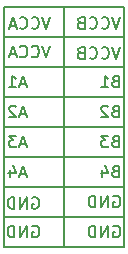
<source format=gbr>
%TF.GenerationSoftware,KiCad,Pcbnew,(6.0.5)*%
%TF.CreationDate,2022-07-01T10:08:14+08:00*%
%TF.ProjectId,convertor,636f6e76-6572-4746-9f72-2e6b69636164,rev?*%
%TF.SameCoordinates,Original*%
%TF.FileFunction,Legend,Bot*%
%TF.FilePolarity,Positive*%
%FSLAX46Y46*%
G04 Gerber Fmt 4.6, Leading zero omitted, Abs format (unit mm)*
G04 Created by KiCad (PCBNEW (6.0.5)) date 2022-07-01 10:08:14*
%MOMM*%
%LPD*%
G01*
G04 APERTURE LIST*
%ADD10C,0.150000*%
G04 APERTURE END LIST*
D10*
X134620000Y-99060000D02*
X144780000Y-99060000D01*
X134620000Y-96520000D02*
X144780000Y-96520000D01*
X134620000Y-93980000D02*
X144780000Y-93980000D01*
X134620000Y-106680000D02*
X144780000Y-106680000D01*
X144780000Y-111760000D02*
X144780000Y-91440000D01*
X139700000Y-91440000D02*
X139700000Y-111760000D01*
X134620000Y-101600000D02*
X144780000Y-101600000D01*
X134620000Y-91440000D02*
X144780000Y-91440000D01*
X134620000Y-109220000D02*
X144780000Y-109220000D01*
X134620000Y-111760000D02*
X134620000Y-91440000D01*
X134620000Y-111760000D02*
X144780000Y-111760000D01*
X134620000Y-104140000D02*
X144780000Y-104140000D01*
X144041761Y-102798571D02*
X143898904Y-102846190D01*
X143851285Y-102893809D01*
X143803666Y-102989047D01*
X143803666Y-103131904D01*
X143851285Y-103227142D01*
X143898904Y-103274761D01*
X143994142Y-103322380D01*
X144375095Y-103322380D01*
X144375095Y-102322380D01*
X144041761Y-102322380D01*
X143946523Y-102370000D01*
X143898904Y-102417619D01*
X143851285Y-102512857D01*
X143851285Y-102608095D01*
X143898904Y-102703333D01*
X143946523Y-102750952D01*
X144041761Y-102798571D01*
X144375095Y-102798571D01*
X143470333Y-102322380D02*
X142851285Y-102322380D01*
X143184619Y-102703333D01*
X143041761Y-102703333D01*
X142946523Y-102750952D01*
X142898904Y-102798571D01*
X142851285Y-102893809D01*
X142851285Y-103131904D01*
X142898904Y-103227142D01*
X142946523Y-103274761D01*
X143041761Y-103322380D01*
X143327476Y-103322380D01*
X143422714Y-103274761D01*
X143470333Y-103227142D01*
X143890904Y-109990000D02*
X143986142Y-109942380D01*
X144129000Y-109942380D01*
X144271857Y-109990000D01*
X144367095Y-110085238D01*
X144414714Y-110180476D01*
X144462333Y-110370952D01*
X144462333Y-110513809D01*
X144414714Y-110704285D01*
X144367095Y-110799523D01*
X144271857Y-110894761D01*
X144129000Y-110942380D01*
X144033761Y-110942380D01*
X143890904Y-110894761D01*
X143843285Y-110847142D01*
X143843285Y-110513809D01*
X144033761Y-110513809D01*
X143414714Y-110942380D02*
X143414714Y-109942380D01*
X142843285Y-110942380D01*
X142843285Y-109942380D01*
X142367095Y-110942380D02*
X142367095Y-109942380D01*
X142129000Y-109942380D01*
X141986142Y-109990000D01*
X141890904Y-110085238D01*
X141843285Y-110180476D01*
X141795666Y-110370952D01*
X141795666Y-110513809D01*
X141843285Y-110704285D01*
X141890904Y-110799523D01*
X141986142Y-110894761D01*
X142129000Y-110942380D01*
X142367095Y-110942380D01*
X144041761Y-100258571D02*
X143898904Y-100306190D01*
X143851285Y-100353809D01*
X143803666Y-100449047D01*
X143803666Y-100591904D01*
X143851285Y-100687142D01*
X143898904Y-100734761D01*
X143994142Y-100782380D01*
X144375095Y-100782380D01*
X144375095Y-99782380D01*
X144041761Y-99782380D01*
X143946523Y-99830000D01*
X143898904Y-99877619D01*
X143851285Y-99972857D01*
X143851285Y-100068095D01*
X143898904Y-100163333D01*
X143946523Y-100210952D01*
X144041761Y-100258571D01*
X144375095Y-100258571D01*
X143422714Y-99877619D02*
X143375095Y-99830000D01*
X143279857Y-99782380D01*
X143041761Y-99782380D01*
X142946523Y-99830000D01*
X142898904Y-99877619D01*
X142851285Y-99972857D01*
X142851285Y-100068095D01*
X142898904Y-100210952D01*
X143470333Y-100782380D01*
X142851285Y-100782380D01*
X137032904Y-109990000D02*
X137128142Y-109942380D01*
X137271000Y-109942380D01*
X137413857Y-109990000D01*
X137509095Y-110085238D01*
X137556714Y-110180476D01*
X137604333Y-110370952D01*
X137604333Y-110513809D01*
X137556714Y-110704285D01*
X137509095Y-110799523D01*
X137413857Y-110894761D01*
X137271000Y-110942380D01*
X137175761Y-110942380D01*
X137032904Y-110894761D01*
X136985285Y-110847142D01*
X136985285Y-110513809D01*
X137175761Y-110513809D01*
X136556714Y-110942380D02*
X136556714Y-109942380D01*
X135985285Y-110942380D01*
X135985285Y-109942380D01*
X135509095Y-110942380D02*
X135509095Y-109942380D01*
X135271000Y-109942380D01*
X135128142Y-109990000D01*
X135032904Y-110085238D01*
X134985285Y-110180476D01*
X134937666Y-110370952D01*
X134937666Y-110513809D01*
X134985285Y-110704285D01*
X135032904Y-110799523D01*
X135128142Y-110894761D01*
X135271000Y-110942380D01*
X135509095Y-110942380D01*
X137032904Y-107577000D02*
X137128142Y-107529380D01*
X137271000Y-107529380D01*
X137413857Y-107577000D01*
X137509095Y-107672238D01*
X137556714Y-107767476D01*
X137604333Y-107957952D01*
X137604333Y-108100809D01*
X137556714Y-108291285D01*
X137509095Y-108386523D01*
X137413857Y-108481761D01*
X137271000Y-108529380D01*
X137175761Y-108529380D01*
X137032904Y-108481761D01*
X136985285Y-108434142D01*
X136985285Y-108100809D01*
X137175761Y-108100809D01*
X136556714Y-108529380D02*
X136556714Y-107529380D01*
X135985285Y-108529380D01*
X135985285Y-107529380D01*
X135509095Y-108529380D02*
X135509095Y-107529380D01*
X135271000Y-107529380D01*
X135128142Y-107577000D01*
X135032904Y-107672238D01*
X134985285Y-107767476D01*
X134937666Y-107957952D01*
X134937666Y-108100809D01*
X134985285Y-108291285D01*
X135032904Y-108386523D01*
X135128142Y-108481761D01*
X135271000Y-108529380D01*
X135509095Y-108529380D01*
X136477285Y-100496666D02*
X136001095Y-100496666D01*
X136572523Y-100782380D02*
X136239190Y-99782380D01*
X135905857Y-100782380D01*
X135620142Y-99877619D02*
X135572523Y-99830000D01*
X135477285Y-99782380D01*
X135239190Y-99782380D01*
X135143952Y-99830000D01*
X135096333Y-99877619D01*
X135048714Y-99972857D01*
X135048714Y-100068095D01*
X135096333Y-100210952D01*
X135667761Y-100782380D01*
X135048714Y-100782380D01*
X138540904Y-94702380D02*
X138207571Y-95702380D01*
X137874238Y-94702380D01*
X136969476Y-95607142D02*
X137017095Y-95654761D01*
X137159952Y-95702380D01*
X137255190Y-95702380D01*
X137398047Y-95654761D01*
X137493285Y-95559523D01*
X137540904Y-95464285D01*
X137588523Y-95273809D01*
X137588523Y-95130952D01*
X137540904Y-94940476D01*
X137493285Y-94845238D01*
X137398047Y-94750000D01*
X137255190Y-94702380D01*
X137159952Y-94702380D01*
X137017095Y-94750000D01*
X136969476Y-94797619D01*
X135969476Y-95607142D02*
X136017095Y-95654761D01*
X136159952Y-95702380D01*
X136255190Y-95702380D01*
X136398047Y-95654761D01*
X136493285Y-95559523D01*
X136540904Y-95464285D01*
X136588523Y-95273809D01*
X136588523Y-95130952D01*
X136540904Y-94940476D01*
X136493285Y-94845238D01*
X136398047Y-94750000D01*
X136255190Y-94702380D01*
X136159952Y-94702380D01*
X136017095Y-94750000D01*
X135969476Y-94797619D01*
X135588523Y-95416666D02*
X135112333Y-95416666D01*
X135683761Y-95702380D02*
X135350428Y-94702380D01*
X135017095Y-95702380D01*
X144454333Y-94829380D02*
X144121000Y-95829380D01*
X143787666Y-94829380D01*
X142882904Y-95734142D02*
X142930523Y-95781761D01*
X143073380Y-95829380D01*
X143168619Y-95829380D01*
X143311476Y-95781761D01*
X143406714Y-95686523D01*
X143454333Y-95591285D01*
X143501952Y-95400809D01*
X143501952Y-95257952D01*
X143454333Y-95067476D01*
X143406714Y-94972238D01*
X143311476Y-94877000D01*
X143168619Y-94829380D01*
X143073380Y-94829380D01*
X142930523Y-94877000D01*
X142882904Y-94924619D01*
X141882904Y-95734142D02*
X141930523Y-95781761D01*
X142073380Y-95829380D01*
X142168619Y-95829380D01*
X142311476Y-95781761D01*
X142406714Y-95686523D01*
X142454333Y-95591285D01*
X142501952Y-95400809D01*
X142501952Y-95257952D01*
X142454333Y-95067476D01*
X142406714Y-94972238D01*
X142311476Y-94877000D01*
X142168619Y-94829380D01*
X142073380Y-94829380D01*
X141930523Y-94877000D01*
X141882904Y-94924619D01*
X141121000Y-95305571D02*
X140978142Y-95353190D01*
X140930523Y-95400809D01*
X140882904Y-95496047D01*
X140882904Y-95638904D01*
X140930523Y-95734142D01*
X140978142Y-95781761D01*
X141073380Y-95829380D01*
X141454333Y-95829380D01*
X141454333Y-94829380D01*
X141121000Y-94829380D01*
X141025761Y-94877000D01*
X140978142Y-94924619D01*
X140930523Y-95019857D01*
X140930523Y-95115095D01*
X140978142Y-95210333D01*
X141025761Y-95257952D01*
X141121000Y-95305571D01*
X141454333Y-95305571D01*
X136477285Y-103036666D02*
X136001095Y-103036666D01*
X136572523Y-103322380D02*
X136239190Y-102322380D01*
X135905857Y-103322380D01*
X135667761Y-102322380D02*
X135048714Y-102322380D01*
X135382047Y-102703333D01*
X135239190Y-102703333D01*
X135143952Y-102750952D01*
X135096333Y-102798571D01*
X135048714Y-102893809D01*
X135048714Y-103131904D01*
X135096333Y-103227142D01*
X135143952Y-103274761D01*
X135239190Y-103322380D01*
X135524904Y-103322380D01*
X135620142Y-103274761D01*
X135667761Y-103227142D01*
X144041761Y-105338571D02*
X143898904Y-105386190D01*
X143851285Y-105433809D01*
X143803666Y-105529047D01*
X143803666Y-105671904D01*
X143851285Y-105767142D01*
X143898904Y-105814761D01*
X143994142Y-105862380D01*
X144375095Y-105862380D01*
X144375095Y-104862380D01*
X144041761Y-104862380D01*
X143946523Y-104910000D01*
X143898904Y-104957619D01*
X143851285Y-105052857D01*
X143851285Y-105148095D01*
X143898904Y-105243333D01*
X143946523Y-105290952D01*
X144041761Y-105338571D01*
X144375095Y-105338571D01*
X142946523Y-105195714D02*
X142946523Y-105862380D01*
X143184619Y-104814761D02*
X143422714Y-105529047D01*
X142803666Y-105529047D01*
X144454333Y-92289380D02*
X144121000Y-93289380D01*
X143787666Y-92289380D01*
X142882904Y-93194142D02*
X142930523Y-93241761D01*
X143073380Y-93289380D01*
X143168619Y-93289380D01*
X143311476Y-93241761D01*
X143406714Y-93146523D01*
X143454333Y-93051285D01*
X143501952Y-92860809D01*
X143501952Y-92717952D01*
X143454333Y-92527476D01*
X143406714Y-92432238D01*
X143311476Y-92337000D01*
X143168619Y-92289380D01*
X143073380Y-92289380D01*
X142930523Y-92337000D01*
X142882904Y-92384619D01*
X141882904Y-93194142D02*
X141930523Y-93241761D01*
X142073380Y-93289380D01*
X142168619Y-93289380D01*
X142311476Y-93241761D01*
X142406714Y-93146523D01*
X142454333Y-93051285D01*
X142501952Y-92860809D01*
X142501952Y-92717952D01*
X142454333Y-92527476D01*
X142406714Y-92432238D01*
X142311476Y-92337000D01*
X142168619Y-92289380D01*
X142073380Y-92289380D01*
X141930523Y-92337000D01*
X141882904Y-92384619D01*
X141121000Y-92765571D02*
X140978142Y-92813190D01*
X140930523Y-92860809D01*
X140882904Y-92956047D01*
X140882904Y-93098904D01*
X140930523Y-93194142D01*
X140978142Y-93241761D01*
X141073380Y-93289380D01*
X141454333Y-93289380D01*
X141454333Y-92289380D01*
X141121000Y-92289380D01*
X141025761Y-92337000D01*
X140978142Y-92384619D01*
X140930523Y-92479857D01*
X140930523Y-92575095D01*
X140978142Y-92670333D01*
X141025761Y-92717952D01*
X141121000Y-92765571D01*
X141454333Y-92765571D01*
X143890904Y-107450000D02*
X143986142Y-107402380D01*
X144129000Y-107402380D01*
X144271857Y-107450000D01*
X144367095Y-107545238D01*
X144414714Y-107640476D01*
X144462333Y-107830952D01*
X144462333Y-107973809D01*
X144414714Y-108164285D01*
X144367095Y-108259523D01*
X144271857Y-108354761D01*
X144129000Y-108402380D01*
X144033761Y-108402380D01*
X143890904Y-108354761D01*
X143843285Y-108307142D01*
X143843285Y-107973809D01*
X144033761Y-107973809D01*
X143414714Y-108402380D02*
X143414714Y-107402380D01*
X142843285Y-108402380D01*
X142843285Y-107402380D01*
X142367095Y-108402380D02*
X142367095Y-107402380D01*
X142129000Y-107402380D01*
X141986142Y-107450000D01*
X141890904Y-107545238D01*
X141843285Y-107640476D01*
X141795666Y-107830952D01*
X141795666Y-107973809D01*
X141843285Y-108164285D01*
X141890904Y-108259523D01*
X141986142Y-108354761D01*
X142129000Y-108402380D01*
X142367095Y-108402380D01*
X136477285Y-105576666D02*
X136001095Y-105576666D01*
X136572523Y-105862380D02*
X136239190Y-104862380D01*
X135905857Y-105862380D01*
X135143952Y-105195714D02*
X135143952Y-105862380D01*
X135382047Y-104814761D02*
X135620142Y-105529047D01*
X135001095Y-105529047D01*
X138540904Y-92289380D02*
X138207571Y-93289380D01*
X137874238Y-92289380D01*
X136969476Y-93194142D02*
X137017095Y-93241761D01*
X137159952Y-93289380D01*
X137255190Y-93289380D01*
X137398047Y-93241761D01*
X137493285Y-93146523D01*
X137540904Y-93051285D01*
X137588523Y-92860809D01*
X137588523Y-92717952D01*
X137540904Y-92527476D01*
X137493285Y-92432238D01*
X137398047Y-92337000D01*
X137255190Y-92289380D01*
X137159952Y-92289380D01*
X137017095Y-92337000D01*
X136969476Y-92384619D01*
X135969476Y-93194142D02*
X136017095Y-93241761D01*
X136159952Y-93289380D01*
X136255190Y-93289380D01*
X136398047Y-93241761D01*
X136493285Y-93146523D01*
X136540904Y-93051285D01*
X136588523Y-92860809D01*
X136588523Y-92717952D01*
X136540904Y-92527476D01*
X136493285Y-92432238D01*
X136398047Y-92337000D01*
X136255190Y-92289380D01*
X136159952Y-92289380D01*
X136017095Y-92337000D01*
X135969476Y-92384619D01*
X135588523Y-93003666D02*
X135112333Y-93003666D01*
X135683761Y-93289380D02*
X135350428Y-92289380D01*
X135017095Y-93289380D01*
X144041761Y-97718571D02*
X143898904Y-97766190D01*
X143851285Y-97813809D01*
X143803666Y-97909047D01*
X143803666Y-98051904D01*
X143851285Y-98147142D01*
X143898904Y-98194761D01*
X143994142Y-98242380D01*
X144375095Y-98242380D01*
X144375095Y-97242380D01*
X144041761Y-97242380D01*
X143946523Y-97290000D01*
X143898904Y-97337619D01*
X143851285Y-97432857D01*
X143851285Y-97528095D01*
X143898904Y-97623333D01*
X143946523Y-97670952D01*
X144041761Y-97718571D01*
X144375095Y-97718571D01*
X142851285Y-98242380D02*
X143422714Y-98242380D01*
X143137000Y-98242380D02*
X143137000Y-97242380D01*
X143232238Y-97385238D01*
X143327476Y-97480476D01*
X143422714Y-97528095D01*
X136477285Y-97956666D02*
X136001095Y-97956666D01*
X136572523Y-98242380D02*
X136239190Y-97242380D01*
X135905857Y-98242380D01*
X135048714Y-98242380D02*
X135620142Y-98242380D01*
X135334428Y-98242380D02*
X135334428Y-97242380D01*
X135429666Y-97385238D01*
X135524904Y-97480476D01*
X135620142Y-97528095D01*
M02*

</source>
